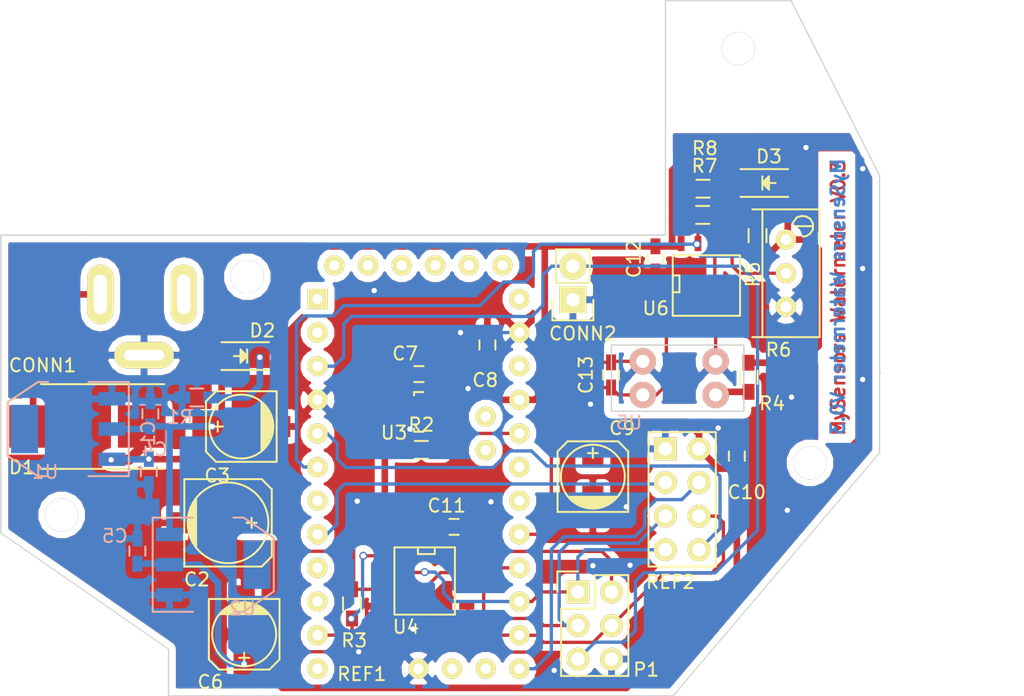
<source format=kicad_pcb>
(kicad_pcb (version 4) (host pcbnew 4.0.0-rc1-stable)
  (layers (0 F.Cu signal) (31 B.Cu signal) (34 B.Paste user) (35 F.Paste user) (36 B.SilkS user) (37 F.SilkS user) (38 B.Mask user) (39 F.Mask user) (44 Edge.Cuts user))
  (net 0 "")
  (net 1 GND)
  (net 2 "Net-(CONN1-Pad2)")
  (net 3 RESET)
  (net 4 MISO)
  (net 5 SCK)
  (net 6 MOSI)
  (net 7 SEC-SDA)
  (net 8 D3)
  (net 9 FLASH-CSN)
  (net 10 RAD_CSN)
  (net 11 RAD_IRQ)
  (net 12 RAD_CE)
  (net 13 "Net-(C1-Pad1)")
  (net 14 A0)
  (net 15 "Net-(D2-Pad1)")
  (net 16 "Net-(D3-Pad1)")
  (net 17 "Net-(R4-Pad2)")
  (net 18 "Net-(R6-Pad2)")
  (net 19 +5V)
  (net 20 +3.3V)
  (module Mounting_Holes:MountingHole_2-5mm (layer F.Cu) (at 84.5439 58.1025)
    (fp_text reference REF** hide)
    (fp_text value MountingHole_2-5mm hide)
    (pad 1 thru_hole circle (at 0 0) (size 2.5 2.5) (drill 2.5) (layers))
  )
  (module Mounting_Holes:MountingHole_2-5mm (layer F.Cu) (at 79.1337 26.797)
    (fp_text reference REF** hide)
    (fp_text value MountingHole_2-5mm hide)
    (pad 1 thru_hole circle (at 0 0) (size 2.5 2.5) (drill 2.5) (layers))
  )
  (module Mounting_Holes:MountingHole_2-5mm (layer F.Cu) (at 28.0416 62.0395)
    (fp_text reference REF** hide)
    (fp_text value MountingHole_2-5mm hide)
    (pad 1 thru_hole circle (at 0 0) (size 2.5 2.5) (drill 2.5) (layers))
  )
  (module Capacitors_SMD:C_0603_HandSoldering (layer B.Cu) (at 34.6202 58.7629 270)
    (fp_text reference C1 (at -2.8829 0.0508 270) (layer B.SilkS) (effects (justify mirror)))
    (fp_text value 100nF)
    (pad 1 smd rect (at -0.95 0 270) (size 1.2 0.75) (layers B.Cu B.Paste B.Mask) (net 13 "Net-(C1-Pad1)"))
    (pad 2 smd rect (at 0.95 0 270) (size 1.2 0.75) (layers B.Cu B.Paste B.Mask) (net 1 GND))
  )
  (module Capacitors_SMD:C_0603_HandSoldering (layer B.Cu) (at 34.7345 54.3941 90)
    (fp_text reference C4 (at -2.6924 0.3302 180) (layer B.SilkS) (effects (justify mirror)))
    (fp_text value 100nF)
    (pad 1 smd rect (at -0.95 0 90) (size 1.2 0.75) (layers B.Cu B.Paste B.Mask) (net 19 +5V))
    (pad 2 smd rect (at 0.95 0 90) (size 1.2 0.75) (layers B.Cu B.Paste B.Mask) (net 1 GND))
  )
  (module Capacitors_SMD:C_0603_HandSoldering (layer B.Cu) (at 33.7566 64.77 90)
    (fp_text reference C5 (at 1.143 -1.7018 180) (layer B.SilkS) (effects (justify mirror)))
    (fp_text value 100nF)
    (pad 1 smd rect (at -0.95 0 90) (size 1.2 0.75) (layers B.Cu B.Paste B.Mask) (net 20 +3.3V))
    (pad 2 smd rect (at 0.95 0 90) (size 1.2 0.75) (layers B.Cu B.Paste B.Mask) (net 1 GND))
  )
  (module Capacitors_SMD:C_0603_HandSoldering (layer F.Cu) (at 55.0164 51.3969 180)
    (fp_text reference C7 (at 1.0414 1.5494 180) (layer F.SilkS))
    (fp_text value 100nF)
    (pad 1 smd rect (at -0.95 0 180) (size 1.2 0.75) (layers F.Cu F.Paste F.Mask) (net 19 +5V))
    (pad 2 smd rect (at 0.95 0 180) (size 1.2 0.75) (layers F.Cu F.Paste F.Mask) (net 1 GND))
  )
  (module Capacitors_SMD:C_0603_HandSoldering (layer F.Cu) (at 60.1853 49.1998 90)
    (fp_text reference C8 (at -2.6543 -0.1651 180) (layer F.SilkS))
    (fp_text value 100nF)
    (pad 1 smd rect (at -0.95 0 90) (size 1.2 0.75) (layers F.Cu F.Paste F.Mask) (net 19 +5V))
    (pad 2 smd rect (at 0.95 0 90) (size 1.2 0.75) (layers F.Cu F.Paste F.Mask) (net 1 GND))
  )
  (module Capacitors_SMD:C_0603_HandSoldering (layer F.Cu) (at 79.0194 57.5945 90)
    (fp_text reference C10 (at -2.7305 0.7493 180) (layer F.SilkS))
    (fp_text value 100nF)
    (pad 1 smd rect (at -0.95 0 90) (size 1.2 0.75) (layers F.Cu F.Paste F.Mask) (net 20 +3.3V))
    (pad 2 smd rect (at 0.95 0 90) (size 1.2 0.75) (layers F.Cu F.Paste F.Mask) (net 1 GND))
  )
  (module Capacitors_SMD:C_0603_HandSoldering (layer F.Cu) (at 57.6707 62.9412 180)
    (fp_text reference C11 (at 0.5588 1.6002 180) (layer F.SilkS))
    (fp_text value 100nF)
    (pad 1 smd rect (at -0.95 0 180) (size 1.2 0.75) (layers F.Cu F.Paste F.Mask) (net 19 +5V))
    (pad 2 smd rect (at 0.95 0 180) (size 1.2 0.75) (layers F.Cu F.Paste F.Mask) (net 1 GND))
  )
  (module Capacitors_SMD:C_0603_HandSoldering (layer F.Cu) (at 72.8726 42.6974 270)
    (fp_text reference C12 (at 0 1.6256 270) (layer F.SilkS))
    (fp_text value 100nF)
    (pad 1 smd rect (at -0.95 0 270) (size 1.2 0.75) (layers F.Cu F.Paste F.Mask) (net 19 +5V))
    (pad 2 smd rect (at 0.95 0 270) (size 1.2 0.75) (layers F.Cu F.Paste F.Mask) (net 1 GND))
  )
  (module Capacitors_SMD:C_0603_HandSoldering (layer F.Cu) (at 69.5198 51.4604 90)
    (fp_text reference C13 (at 0 -1.9 90) (layer F.SilkS))
    (fp_text value 100nF)
    (pad 1 smd rect (at -0.95 0 90) (size 1.2 0.75) (layers F.Cu F.Paste F.Mask) (net 14 A0))
    (pad 2 smd rect (at 0.95 0 90) (size 1.2 0.75) (layers F.Cu F.Paste F.Mask) (net 1 GND))
  )
  (module MySensors:Socket_Jack_5.5-2.1MM (layer F.Cu) (at 37.0586 49.8729 90)
    (fp_text reference CONN1 (at -0.8636 -10.4648 180) (layer F.SilkS))
    (fp_text value CONN_01X02)
    (pad 3 thru_hole oval (at 4.5 0.2 90) (size 4.5 2) (drill oval 3 1) (layers *.Cu *.Mask F.SilkS))
    (pad 2 thru_hole oval (at 4.5 -6.1 90) (size 4.5 2) (drill oval 3 1) (layers *.Cu *.Mask F.SilkS) (net 2 "Net-(CONN1-Pad2)"))
    (pad 1 thru_hole oval (at -0.1 -2.8 90) (size 2 4.5) (drill oval 0.8 3) (layers *.Cu *.Mask F.SilkS) (net 1 GND))
  )
  (module Pin_Headers:Pin_Header_Straight_1x02 (layer F.Cu) (at 66.6369 45.7835 180)
    (fp_text reference CONN2 (at -0.7493 -2.5527 180) (layer F.SilkS))
    (fp_text value RESET)
    (pad 1 thru_hole rect (at 0 0 180) (size 2.032 2.032) (drill 1.016) (layers *.Cu *.Mask F.SilkS) (net 1 GND))
    (pad 2 thru_hole oval (at 0 2.54 180) (size 2.032 2.032) (drill 1.016) (layers *.Cu *.Mask F.SilkS) (net 3 RESET))
  )
  (module Diodes_SMD:DO-214AB_Handsoldering (layer F.Cu) (at 29.9847 55.3593 180)
    (fp_text reference D1 (at 4.953 -3.0861 180) (layer F.SilkS))
    (fp_text value "1N4007 M7")
    (pad 2 smd rect (at 4.1 0 180) (size 3.6 3.2) (layers F.Cu F.Paste F.Mask) (net 2 "Net-(CONN1-Pad2)"))
    (pad 1 smd rect (at -4.1 0 180) (size 3.6 3.2) (layers F.Cu F.Paste F.Mask) (net 13 "Net-(C1-Pad1)"))
  )
  (module Pin_Headers:Pin_Header_Straight_2x03 (layer F.Cu) (at 67.0179 67.8561)
    (fp_text reference P1 (at 5.1562 5.8801) (layer F.SilkS))
    (fp_text value CONN_02X03)
    (pad 1 thru_hole rect (at 0 0) (size 1.7272 1.7272) (drill 1.016) (layers *.Cu *.Mask F.SilkS) (net 4 MISO))
    (pad 2 thru_hole oval (at 2.54 0) (size 1.7272 1.7272) (drill 1.016) (layers *.Cu *.Mask F.SilkS) (net 19 +5V))
    (pad 3 thru_hole oval (at 0 2.54) (size 1.7272 1.7272) (drill 1.016) (layers *.Cu *.Mask F.SilkS) (net 5 SCK))
    (pad 4 thru_hole oval (at 2.54 2.54) (size 1.7272 1.7272) (drill 1.016) (layers *.Cu *.Mask F.SilkS) (net 6 MOSI))
    (pad 5 thru_hole oval (at 0 5.08) (size 1.7272 1.7272) (drill 1.016) (layers *.Cu *.Mask F.SilkS) (net 3 RESET))
    (pad 6 thru_hole oval (at 2.54 5.08) (size 1.7272 1.7272) (drill 1.016) (layers *.Cu *.Mask F.SilkS) (net 1 GND))
  )
  (module Resistors_SMD:R_0603_HandSoldering (layer B.Cu) (at 38.2397 53.1622 180)
    (fp_text reference R1 (at 1.27 -1.4859 180) (layer B.SilkS) (effects (justify mirror)))
    (fp_text value 470)
    (pad 1 smd rect (at -1.1 0 180) (size 1.2 0.9) (layers B.Cu B.Paste B.Mask) (net 15 "Net-(D2-Pad1)"))
    (pad 2 smd rect (at 1.1 0 180) (size 1.2 0.9) (layers B.Cu B.Paste B.Mask) (net 1 GND))
  )
  (module Resistors_SMD:R_0603_HandSoldering (layer F.Cu) (at 55.1942 57.1246)
    (fp_text reference R2 (at 0 -1.9) (layer F.SilkS))
    (fp_text value 56K)
    (pad 1 smd rect (at -1.1 0) (size 1.2 0.9) (layers F.Cu F.Paste F.Mask) (net 19 +5V))
    (pad 2 smd rect (at 1.1 0) (size 1.2 0.9) (layers F.Cu F.Paste F.Mask) (net 7 SEC-SDA))
  )
  (module Resistors_SMD:R_0603_HandSoldering (layer F.Cu) (at 49.9618 68.7578 270)
    (fp_text reference R3 (at 2.7686 -0.1651 360) (layer F.SilkS))
    (fp_text value 56K)
    (pad 1 smd rect (at -1.1 0 270) (size 1.2 0.9) (layers F.Cu F.Paste F.Mask) (net 19 +5V))
    (pad 2 smd rect (at 1.1 0 270) (size 1.2 0.9) (layers F.Cu F.Paste F.Mask) (net 9 FLASH-CSN))
  )
  (module Resistors_SMD:R_0603_HandSoldering (layer F.Cu) (at 79.9084 51.6382 270)
    (fp_text reference R4 (at 1.9812 -1.7653 360) (layer F.SilkS))
    (fp_text value 1K)
    (pad 1 smd rect (at -1.1 0 270) (size 1.2 0.9) (layers F.Cu F.Paste F.Mask) (net 19 +5V))
    (pad 2 smd rect (at 1.1 0 270) (size 1.2 0.9) (layers F.Cu F.Paste F.Mask) (net 17 "Net-(R4-Pad2)"))
  )
  (module Resistors_SMD:R_0603_HandSoldering (layer F.Cu) (at 80.5815 40.9321 90)
    (fp_text reference R5 (at -2.9337 -0.3429 90) (layer F.SilkS))
    (fp_text value 10K)
    (pad 1 smd rect (at -1.1 0 90) (size 1.2 0.9) (layers F.Cu F.Paste F.Mask) (net 19 +5V))
    (pad 2 smd rect (at 1.1 0 90) (size 1.2 0.9) (layers F.Cu F.Paste F.Mask) (net 14 A0))
  )
  (module Resistors_SMD:R_0603_HandSoldering (layer F.Cu) (at 76.4413 39.37)
    (fp_text reference R7 (at 0.1397 -3.6957) (layer F.SilkS))
    (fp_text value 10K)
    (pad 1 smd rect (at -1.1 0) (size 1.2 0.9) (layers F.Cu F.Paste F.Mask) (net 19 +5V))
    (pad 2 smd rect (at 1.1 0) (size 1.2 0.9) (layers F.Cu F.Paste F.Mask) (net 8 D3))
  )
  (module Resistors_SMD:R_0603_HandSoldering (layer F.Cu) (at 76.4667 37.3888)
    (fp_text reference R8 (at 0.1397 -3.048) (layer F.SilkS))
    (fp_text value 1K)
    (pad 1 smd rect (at -1.1 0) (size 1.2 0.9) (layers F.Cu F.Paste F.Mask) (net 16 "Net-(D3-Pad1)"))
    (pad 2 smd rect (at 1.1 0) (size 1.2 0.9) (layers F.Cu F.Paste F.Mask) (net 8 D3))
  )
  (module MySensors:Arduino_Pro_Mini (layer F.Cu) (at 47.3583 73.66)
    (fp_text reference REF1 (at 3.3401 0.4064) (layer F.SilkS))
    (fp_text value "Arduino_Mini_Pro 5V")
    (pad 13 thru_hole circle (at 15.24 0) (size 1.524 1.524) (drill 0.762) (layers *.Cu *.Mask F.SilkS) (net 10 RAD_CSN))
    (pad 14 thru_hole circle (at 15.24 -2.54) (size 1.524 1.524) (drill 0.762) (layers *.Cu *.Mask F.SilkS) (net 6 MOSI))
    (pad 15 thru_hole circle (at 15.24 -5.08) (size 1.524 1.524) (drill 0.762) (layers *.Cu *.Mask F.SilkS) (net 4 MISO))
    (pad 16 thru_hole circle (at 15.24 -7.62) (size 1.524 1.524) (drill 0.762) (layers *.Cu *.Mask F.SilkS) (net 5 SCK))
    (pad 17 thru_hole circle (at 15.24 -10.16) (size 1.524 1.524) (drill 0.762) (layers *.Cu *.Mask F.SilkS) (net 14 A0))
    (pad 18 thru_hole circle (at 15.24 -12.7) (size 1.524 1.524) (drill 0.762) (layers *.Cu *.Mask F.SilkS))
    (pad 19 thru_hole circle (at 15.24 -15.24) (size 1.524 1.524) (drill 0.762) (layers *.Cu *.Mask F.SilkS))
    (pad 20 thru_hole circle (at 15.24 -17.78) (size 1.524 1.524) (drill 0.762) (layers *.Cu *.Mask F.SilkS) (net 7 SEC-SDA))
    (pad 21 thru_hole circle (at 15.24 -20.32) (size 1.524 1.524) (drill 0.762) (layers *.Cu *.Mask F.SilkS) (net 19 +5V))
    (pad 22 thru_hole circle (at 15.24 -22.86) (size 1.524 1.524) (drill 0.762) (layers *.Cu *.Mask F.SilkS))
    (pad 23 thru_hole circle (at 15.24 -25.4) (size 1.524 1.524) (drill 0.762) (layers *.Cu *.Mask F.SilkS) (net 1 GND))
    (pad 24 thru_hole circle (at 15.24 -27.94) (size 1.524 1.524) (drill 0.762) (layers *.Cu *.Mask F.SilkS))
    (pad 34 thru_hole circle (at 12.7 0) (size 1.524 1.524) (drill 0.762) (layers *.Cu *.Mask F.SilkS))
    (pad 33 thru_hole circle (at 10.16 0) (size 1.524 1.524) (drill 0.762) (layers *.Cu *.Mask F.SilkS))
    (pad 35 thru_hole circle (at 7.62 0) (size 1.524 1.524) (drill 0.762) (layers *.Cu *.Mask F.SilkS) (net 1 GND))
    (pad 25 thru_hole circle (at 13.97 -30.48) (size 1.524 1.524) (drill 0.762) (layers *.Cu *.Mask F.SilkS))
    (pad 26 thru_hole circle (at 11.43 -30.48) (size 1.524 1.524) (drill 0.762) (layers *.Cu *.Mask F.SilkS))
    (pad 27 thru_hole circle (at 8.89 -30.48) (size 1.524 1.524) (drill 0.762) (layers *.Cu *.Mask F.SilkS))
    (pad 28 thru_hole circle (at 6.35 -30.48) (size 1.524 1.524) (drill 0.762) (layers *.Cu *.Mask F.SilkS))
    (pad 29 thru_hole circle (at 3.81 -30.48) (size 1.524 1.524) (drill 0.762) (layers *.Cu *.Mask F.SilkS))
    (pad 30 thru_hole circle (at 1.27 -30.48) (size 1.524 1.524) (drill 0.762) (layers *.Cu *.Mask F.SilkS))
    (pad 1 thru_hole rect (at 0 -27.94) (size 1.524 1.524) (drill 0.762) (layers *.Cu *.Mask F.SilkS))
    (pad 2 thru_hole circle (at 0 -25.4) (size 1.524 1.524) (drill 0.762) (layers *.Cu *.Mask F.SilkS))
    (pad 3 thru_hole circle (at 0 -22.86) (size 1.524 1.524) (drill 0.762) (layers *.Cu *.Mask F.SilkS) (net 3 RESET))
    (pad 4 thru_hole circle (at 0 -20.32) (size 1.524 1.524) (drill 0.762) (layers *.Cu *.Mask F.SilkS) (net 1 GND))
    (pad 5 thru_hole circle (at 0 -17.78) (size 1.524 1.524) (drill 0.762) (layers *.Cu *.Mask F.SilkS) (net 11 RAD_IRQ))
    (pad 6 thru_hole circle (at 0 -15.24) (size 1.524 1.524) (drill 0.762) (layers *.Cu *.Mask F.SilkS) (net 8 D3))
    (pad 7 thru_hole circle (at 0 -12.7) (size 1.524 1.524) (drill 0.762) (layers *.Cu *.Mask F.SilkS))
    (pad 8 thru_hole circle (at 0 -10.16) (size 1.524 1.524) (drill 0.762) (layers *.Cu *.Mask F.SilkS) (net 12 RAD_CE))
    (pad 9 thru_hole circle (at 0 -7.62) (size 1.524 1.524) (drill 0.762) (layers *.Cu *.Mask F.SilkS))
    (pad 10 thru_hole circle (at 0 -5.08) (size 1.524 1.524) (drill 0.762) (layers *.Cu *.Mask F.SilkS))
    (pad 11 thru_hole circle (at 0 -2.54) (size 1.524 1.524) (drill 0.762) (layers *.Cu *.Mask F.SilkS) (net 9 FLASH-CSN))
    (pad 12 thru_hole circle (at 0 0) (size 1.524 1.524) (drill 0.762) (layers *.Cu *.Mask F.SilkS))
    (pad 32 thru_hole circle (at 12.7 -19.05) (size 1.524 1.524) (drill 0.762) (layers *.Cu *.Mask F.SilkS))
    (pad 31 thru_hole circle (at 12.7 -16.51) (size 1.524 1.524) (drill 0.762) (layers *.Cu *.Mask F.SilkS))
  )
  (module MySensors:NRF24L01_STD (layer F.Cu) (at 76.1619 57.0484 270)
    (fp_text reference REF2 (at 10.0584 2.1463 360) (layer F.SilkS))
    (fp_text value NRF24L01)
    (pad 2 thru_hole circle (at 0 0 270) (size 1.7272 1.7272) (drill 1.016) (layers *.Cu *.Mask F.SilkS) (net 20 +3.3V))
    (pad 1 thru_hole rect (at 0 2.54 270) (size 1.7272 1.7272) (drill 1.016) (layers *.Cu *.Mask F.SilkS) (net 1 GND))
    (pad 4 thru_hole oval (at 2.54 0 270) (size 1.7272 1.7272) (drill 1.016) (layers *.Cu *.Mask F.SilkS) (net 10 RAD_CSN))
    (pad 3 thru_hole oval (at 2.54 2.54 270) (size 1.7272 1.7272) (drill 1.016) (layers *.Cu *.Mask F.SilkS) (net 12 RAD_CE))
    (pad 6 thru_hole oval (at 5.08 0 270) (size 1.7272 1.7272) (drill 1.016) (layers *.Cu *.Mask F.SilkS) (net 6 MOSI))
    (pad 5 thru_hole oval (at 5.08 2.54 270) (size 1.7272 1.7272) (drill 1.016) (layers *.Cu *.Mask F.SilkS) (net 5 SCK))
    (pad 8 thru_hole oval (at 7.62 0 270) (size 1.7272 1.7272) (drill 1.016) (layers *.Cu *.Mask F.SilkS) (net 11 RAD_IRQ))
    (pad 7 thru_hole oval (at 7.62 2.54 270) (size 1.7272 1.7272) (drill 1.016) (layers *.Cu *.Mask F.SilkS) (net 4 MISO))
  )
  (module TO_SOT_Packages_SMD:SOT-223 (layer B.Cu) (at 28.5369 55.5498 270)
    (fp_text reference U1 (at 3.2385 1.7399 540) (layer B.SilkS) (effects (justify mirror)))
    (fp_text value AP1117D50)
    (pad 4 smd rect (at 0 3.302 270) (size 3.6576 2.032) (layers B.Cu B.Paste B.Mask))
    (pad 2 smd rect (at 0 -3.302 270) (size 1.016 2.032) (layers B.Cu B.Paste B.Mask) (net 19 +5V))
    (pad 3 smd rect (at 2.286 -3.302 270) (size 1.016 2.032) (layers B.Cu B.Paste B.Mask) (net 13 "Net-(C1-Pad1)"))
    (pad 1 smd rect (at -2.286 -3.302 270) (size 1.016 2.032) (layers B.Cu B.Paste B.Mask) (net 1 GND))
  )
  (module TO_SOT_Packages_SMD:SOT-223 (layer B.Cu) (at 39.4843 65.7987 90)
    (fp_text reference U2 (at -3.3147 2.2098 180) (layer B.SilkS) (effects (justify mirror)))
    (fp_text value AP1117D33)
    (pad 4 smd rect (at 0 3.302 90) (size 3.6576 2.032) (layers B.Cu B.Paste B.Mask))
    (pad 2 smd rect (at 0 -3.302 90) (size 1.016 2.032) (layers B.Cu B.Paste B.Mask) (net 20 +3.3V))
    (pad 3 smd rect (at 2.286 -3.302 90) (size 1.016 2.032) (layers B.Cu B.Paste B.Mask) (net 19 +5V))
    (pad 1 smd rect (at -2.286 -3.302 90) (size 1.016 2.032) (layers B.Cu B.Paste B.Mask) (net 1 GND))
  )
  (module TO_SOT_Packages_SMD:SOT-23 (layer F.Cu) (at 55.2958 54.2544 90)
    (fp_text reference U3 (at -1.5748 -2.159 180) (layer F.SilkS))
    (fp_text value ATSHA240A)
    (pad 1 smd rect (at -0.95 1.00076 90) (size 0.8001 0.8001) (layers F.Cu F.Paste F.Mask) (net 7 SEC-SDA))
    (pad 2 smd rect (at 0.95 1.00076 90) (size 0.8001 0.8001) (layers F.Cu F.Paste F.Mask) (net 19 +5V))
    (pad 3 smd rect (at 0 -0.99822 90) (size 0.8001 0.8001) (layers F.Cu F.Paste F.Mask) (net 1 GND))
  )
  (module SMD_Packages:SOIC-8-N (layer F.Cu) (at 55.4482 67.0306 270)
    (fp_text reference U4 (at 3.4671 1.4097 360) (layer F.SilkS))
    (fp_text value AT25DF512C)
    (pad 8 smd rect (at -1.905 -3.175 270) (size 0.508 1.143) (layers F.Cu F.Paste F.Mask) (net 19 +5V))
    (pad 7 smd rect (at -0.635 -3.175 270) (size 0.508 1.143) (layers F.Cu F.Paste F.Mask) (net 19 +5V))
    (pad 6 smd rect (at 0.635 -3.175 270) (size 0.508 1.143) (layers F.Cu F.Paste F.Mask) (net 5 SCK))
    (pad 5 smd rect (at 1.905 -3.175 270) (size 0.508 1.143) (layers F.Cu F.Paste F.Mask) (net 6 MOSI))
    (pad 4 smd rect (at 1.905 3.175 270) (size 0.508 1.143) (layers F.Cu F.Paste F.Mask) (net 1 GND))
    (pad 3 smd rect (at 0.635 3.175 270) (size 0.508 1.143) (layers F.Cu F.Paste F.Mask) (net 19 +5V))
    (pad 2 smd rect (at -0.635 3.175 270) (size 0.508 1.143) (layers F.Cu F.Paste F.Mask) (net 4 MISO))
    (pad 1 smd rect (at -1.905 3.175 270) (size 0.508 1.143) (layers F.Cu F.Paste F.Mask) (net 9 FLASH-CSN))
  )
  (module MySensors:TCRT5000 (layer B.Cu) (at 71.9201 50.4317)
    (fp_text reference U5 (at -1.0414 4.6355) (layer B.SilkS) (effects (justify mirror)))
    (fp_text value TCRT5000)
    (pad 1 thru_hole circle (at 5.5 2.54) (size 2 2) (drill 1) (layers *.Cu *.Mask B.SilkS) (net 17 "Net-(R4-Pad2)"))
    (pad 2 thru_hole circle (at 5.5 0) (size 2 2) (drill 1) (layers *.Cu *.Mask B.SilkS) (net 1 GND))
    (pad 3 thru_hole circle (at 0 2.54) (size 2 2) (drill 1) (layers *.Cu *.Mask B.SilkS) (net 14 A0))
    (pad 4 thru_hole circle (at 0 0) (size 2 2) (drill 1) (layers *.Cu *.Mask B.SilkS) (net 1 GND))
  )
  (module SMD_Packages:SOIC-8-N (layer F.Cu) (at 76.7207 44.704)
    (fp_text reference U6 (at -3.8227 1.7272) (layer F.SilkS))
    (fp_text value LM393)
    (pad 8 smd rect (at -1.905 -3.175) (size 0.508 1.143) (layers F.Cu F.Paste F.Mask) (net 19 +5V))
    (pad 7 smd rect (at -0.635 -3.175) (size 0.508 1.143) (layers F.Cu F.Paste F.Mask) (net 8 D3))
    (pad 6 smd rect (at 0.635 -3.175) (size 0.508 1.143) (layers F.Cu F.Paste F.Mask) (net 14 A0))
    (pad 5 smd rect (at 1.905 -3.175) (size 0.508 1.143) (layers F.Cu F.Paste F.Mask) (net 18 "Net-(R6-Pad2)"))
    (pad 4 smd rect (at 1.905 3.175) (size 0.508 1.143) (layers F.Cu F.Paste F.Mask) (net 1 GND))
    (pad 3 smd rect (at 0.635 3.175) (size 0.508 1.143) (layers F.Cu F.Paste F.Mask) (net 1 GND))
    (pad 2 smd rect (at -0.635 3.175) (size 0.508 1.143) (layers F.Cu F.Paste F.Mask) (net 1 GND))
    (pad 1 smd rect (at -1.905 3.175) (size 0.508 1.143) (layers F.Cu F.Paste F.Mask))
  )
  (module Potentiometers:Potentiometer_Bourns_3296W_3-8Zoll_Inline_ScrewUp (layer F.Cu) (at 82.7278 41.2369 180)
    (fp_text reference R6 (at 0.5588 -8.3312 180) (layer F.SilkS))
    (fp_text value 10K)
    (pad 2 thru_hole circle (at 0 -2.54 180) (size 1.524 1.524) (drill 0.8128) (layers *.Cu *.Mask F.SilkS) (net 18 "Net-(R6-Pad2)"))
    (pad 3 thru_hole circle (at 0 -5.08 180) (size 1.524 1.524) (drill 0.8128) (layers *.Cu *.Mask F.SilkS) (net 1 GND))
    (pad 1 thru_hole circle (at 0 0 180) (size 1.524 1.524) (drill 0.8128) (layers *.Cu *.Mask F.SilkS) (net 19 +5V))
  )
  (module Mounting_Holes:MountingHole_2-5mm (layer F.Cu) (at 42.0624 44.0436)
    (fp_text reference REF** hide)
    (fp_text value MountingHole_2-5mm hide)
    (pad 1 thru_hole circle (at 0 0) (size 2.5 2.5) (drill 2.5) (layers))
  )
  (module Capacitors_SMD:c_elec_5x5.3 (layer F.Cu) (at 41.8211 71.0565 270)
    (fp_text reference C6 (at 3.6068 2.5527 360) (layer F.SilkS))
    (fp_text value 10uF)
    (pad 1 smd rect (at 2.19964 0 270) (size 2.99974 1.6002) (layers F.Cu F.Paste F.Mask) (net 20 +3.3V))
    (pad 2 smd rect (at -2.19964 0 270) (size 2.99974 1.6002) (layers F.Cu F.Paste F.Mask) (net 1 GND))
  )
  (module Capacitors_SMD:c_elec_5x5.3 (layer F.Cu) (at 41.6052 55.3593 180)
    (fp_text reference C3 (at 1.8161 -3.7084 180) (layer F.SilkS))
    (fp_text value 10uF)
    (pad 1 smd rect (at 2.19964 0 180) (size 2.99974 1.6002) (layers F.Cu F.Paste F.Mask) (net 19 +5V))
    (pad 2 smd rect (at -2.19964 0 180) (size 2.99974 1.6002) (layers F.Cu F.Paste F.Mask) (net 1 GND))
  )
  (module Capacitors_SMD:c_elec_5x5.3 (layer F.Cu) (at 68.1482 59.1439 90)
    (fp_text reference C9 (at 3.6576 2.2098 180) (layer F.SilkS))
    (fp_text value 4u7)
    (pad 1 smd rect (at 2.19964 0 90) (size 2.99974 1.6002) (layers F.Cu F.Paste F.Mask) (net 20 +3.3V))
    (pad 2 smd rect (at -2.19964 0 90) (size 2.99974 1.6002) (layers F.Cu F.Paste F.Mask) (net 1 GND))
  )
  (module Capacitors_SMD:c_elec_6.3x5.3 (layer F.Cu) (at 40.6019 62.6364)
    (fp_text reference C2 (at -2.3495 4.2799) (layer F.SilkS))
    (fp_text value 47uF)
    (pad 1 smd rect (at 2.75082 0) (size 3.59918 1.6002) (layers F.Cu F.Paste F.Mask) (net 13 "Net-(C1-Pad1)"))
    (pad 2 smd rect (at -2.75082 0) (size 3.59918 1.6002) (layers F.Cu F.Paste F.Mask) (net 1 GND))
  )
  (module LEDs:LED_1206 (layer F.Cu) (at 41.5417 50.038 180)
    (fp_text reference D2 (at -1.651 1.9304 180) (layer F.SilkS))
    (fp_text value PWR)
    (pad 2 smd rect (at 1.41986 0) (size 1.59766 1.80086) (layers F.Cu F.Paste F.Mask) (net 19 +5V))
    (pad 1 smd rect (at -1.41986 0) (size 1.59766 1.80086) (layers F.Cu F.Paste F.Mask) (net 15 "Net-(D2-Pad1)"))
  )
  (module LEDs:LED_1206 (layer F.Cu) (at 81.4451 36.957)
    (fp_text reference D3 (at 0 -2) (layer F.SilkS))
    (fp_text value PULSE)
    (pad 2 smd rect (at 1.41986 0 180) (size 1.59766 1.80086) (layers F.Cu F.Paste F.Mask) (net 19 +5V))
    (pad 1 smd rect (at -1.41986 0 180) (size 1.59766 1.80086) (layers F.Cu F.Paste F.Mask) (net 16 "Net-(D3-Pad1)"))
  )
  (gr_line (start 23.4531 40.8921) (end 23.4531 63.4035) (layer Edge.Cuts) (width 0.1))
  (gr_line (start 36.109 72.1788) (end 36.109 75.7066) (layer Edge.Cuts) (width 0.1))
  (gr_text "MySensors Watermeter V0.3" (at 86.6521 45.5549 90) (layer B.Cu) (effects (font (size 1 1) (thickness 0.2)) (justify mirror)))
  (gr_text "MySensors Watermeter V0.3" (at 86.6775 45.6057 90) (layer F.Cu) (effects (font (size 1 1) (thickness 0.2))))
  (gr_line (start 89.8144 51.3334) (end 89.8398 51.3334) (angle 90) (layer Edge.Cuts) (width 0.15))
  (gr_line (start 89.7969 45.6946) (end 89.7969 51.3334) (angle 90) (layer Edge.Cuts) (width 0.1))
  (gr_line (start 73.6328 40.8921) (end 65.6971 40.8921) (angle 90) (layer Edge.Cuts) (width 0.1))
  (gr_line (start 73.6328 36.3474) (end 73.6328 40.8921) (angle 90) (layer Edge.Cuts) (width 0.1))
  (gr_line (start 42.9006 75.7066) (end 36.1061 75.7066) (angle 90) (layer Edge.Cuts) (width 0.1))
  (gr_line (start 29.9085 40.8921) (end 23.4696 40.8921) (angle 90) (layer Edge.Cuts) (width 0.1))
  (gr_line (start 69.5484 54.2017) (end 69.5484 54.2017) (layer Edge.Cuts) (width 0.1))
  (gr_line (start 79.5484 54.2036) (end 69.5484 54.2017) (layer Edge.Cuts) (width 0.1))
  (gr_line (start 79.5494 49.2036) (end 79.5484 54.2036) (layer Edge.Cuts) (width 0.1))
  (gr_line (start 69.5494 49.2017) (end 79.5494 49.2036) (layer Edge.Cuts) (width 0.1))
  (gr_line (start 69.5484 54.2017) (end 69.5494 49.2017) (layer Edge.Cuts) (width 0.1))
  (gr_line (start 23.4531 63.4035) (end 36.109 72.1788) (layer Edge.Cuts) (width 0.1))
  (gr_line (start 65.646 40.8921) (end 29.8913 40.8921) (layer Edge.Cuts) (width 0.1))
  (gr_line (start 73.6328 23.1806) (end 73.6328 36.3935) (layer Edge.Cuts) (width 0.1))
  (gr_line (start 83.1204 23.1806) (end 73.6328 23.1806) (layer Edge.Cuts) (width 0.1))
  (gr_line (start 89.7969 36.3935) (end 83.1204 23.1806) (layer Edge.Cuts) (width 0.1))
  (gr_line (start 89.7969 45.7421) (end 89.7969 36.3935) (layer Edge.Cuts) (width 0.1))
  (gr_line (start 89.7969 57.3425) (end 89.7969 51.2983) (layer Edge.Cuts) (width 0.1))
  (gr_line (start 74.2087 75.7066) (end 89.7969 57.3425) (layer Edge.Cuts) (width 0.1))
  (gr_line (start 42.8559 75.7066) (end 74.2087 75.7066) (layer Edge.Cuts) (width 0.1))
  (segment (start 68.1482 65.8749) (end 70.9549 65.8368) (width 0.25) (layer B.Cu) (net 1))
  (segment (start 70.6755 65.024) (end 70.9549 65.8368) (width 0.25) (layer F.Cu) (net 1))
  (via (at 70.9549 65.8368) (size 0.6) (drill 0.4) (layers F.Cu B.Cu) (net 1))
  (segment (start 70.6755 65.024) (end 70.6755 61.4299) (width 0.25) (layer F.Cu) (net 1))
  (via (at 68.1482 65.8749) (size 0.6) (drill 0.4) (layers F.Cu B.Cu) (net 1))
  (segment (start 64.7446 72.9742) (end 64.7446 73.4568) (width 0.25) (layer F.Cu) (net 1))
  (segment (start 56.9595 70.6628) (end 58.4327 72.136) (width 0.25) (layer F.Cu) (net 1))
  (segment (start 58.4327 72.136) (end 61.1251 72.136) (width 0.25) (layer F.Cu) (net 1))
  (segment (start 61.1251 72.136) (end 61.3918 72.4027) (width 0.25) (layer F.Cu) (net 1))
  (segment (start 61.3918 72.4027) (end 64.1731 72.4027) (width 0.25) (layer F.Cu) (net 1))
  (segment (start 64.1731 72.4027) (end 64.7446 72.9742) (width 0.25) (layer F.Cu) (net 1))
  (segment (start 54.5719 70.6628) (end 56.9595 70.6628) (width 0.25) (layer F.Cu) (net 1))
  (via (at 65.2272 73.787) (size 0.6) (drill 0.4) (layers F.Cu B.Cu) (net 1))
  (segment (start 64.7446 73.4568) (end 65.2272 73.787) (width 0.25) (layer F.Cu) (net 1))
  (segment (start 45.07484 68.85686) (end 45.07484 65.46596) (width 0.25) (layer F.Cu) (net 1))
  (via (at 50.3555 60.9981) (size 0.6) (drill 0.4) (layers F.Cu B.Cu) (net 1))
  (segment (start 50.3555 62.4459) (end 50.3555 60.9981) (width 0.25) (layer F.Cu) (net 1))
  (segment (start 48.0187 64.7827) (end 50.3555 62.4459) (width 0.25) (layer F.Cu) (net 1))
  (segment (start 45.7581 64.7827) (end 48.0187 64.7827) (width 0.25) (layer F.Cu) (net 1))
  (segment (start 45.07484 65.46596) (end 45.7581 64.7827) (width 0.25) (layer F.Cu) (net 1))
  (segment (start 41.8211 68.85686) (end 45.07484 68.85686) (width 0.25) (layer F.Cu) (net 1))
  (via (at 50.4698 72.3773) (size 0.6) (drill 0.4) (layers F.Cu B.Cu) (net 1))
  (segment (start 45.2755 72.3773) (end 50.4698 72.3773) (width 0.25) (layer F.Cu) (net 1))
  (segment (start 45.2374 72.3392) (end 45.2755 72.3773) (width 0.25) (layer F.Cu) (net 1))
  (segment (start 45.2374 69.01942) (end 45.2374 72.3392) (width 0.25) (layer F.Cu) (net 1))
  (segment (start 45.07484 68.85686) (end 45.2374 69.01942) (width 0.25) (layer F.Cu) (net 1))
  (segment (start 51.7144 48.2854) (end 51.6763 45.1231) (width 0.25) (layer F.Cu) (net 1))
  (via (at 51.6382 45.085) (size 0.6) (drill 0.4) (layers F.Cu B.Cu) (net 1))
  (segment (start 51.6763 45.1231) (end 51.6382 45.085) (width 0.25) (layer F.Cu) (net 1))
  (segment (start 62.5983 48.26) (end 58.1533 48.26) (width 0.25) (layer B.Cu) (net 1))
  (segment (start 58.1279 48.2854) (end 51.7144 48.2854) (width 0.25) (layer F.Cu) (net 1))
  (segment (start 58.1533 48.26) (end 58.1279 48.2854) (width 0.25) (layer F.Cu) (net 1))
  (via (at 58.1533 48.26) (size 0.6) (drill 0.4) (layers F.Cu B.Cu) (net 1))
  (segment (start 68.1482 61.34354) (end 70.68566 61.34354) (width 0.25) (layer F.Cu) (net 1))
  (segment (start 70.6755 61.4299) (end 70.6755 61.4045) (width 0.25) (layer B.Cu) (net 1))
  (via (at 70.6755 61.4299) (size 0.6) (drill 0.4) (layers F.Cu B.Cu) (net 1))
  (segment (start 70.6755 61.3537) (end 70.6755 61.4299) (width 0.25) (layer F.Cu) (net 1))
  (segment (start 70.68566 61.34354) (end 70.6755 61.3537) (width 0.25) (layer F.Cu) (net 1))
  (segment (start 54.3179 54.1909) (end 54.3179 55.6006) (width 0.25) (layer B.Cu) (net 1))
  (via (at 54.3306 55.5498) (size 0.6) (drill 0.4) (layers F.Cu B.Cu) (net 1))
  (segment (start 54.3306 55.5879) (end 54.3306 55.5498) (width 0.25) (layer B.Cu) (net 1))
  (segment (start 54.3179 55.6006) (end 54.3306 55.5879) (width 0.25) (layer B.Cu) (net 1))
  (segment (start 54.5719 63.8048) (end 54.5719 61.3664) (width 0.25) (layer B.Cu) (net 1))
  (segment (start 54.5719 61.3664) (end 54.8894 61.0489) (width 0.25) (layer B.Cu) (net 1))
  (segment (start 88.519 35.8775) (end 88.519 35.1917) (width 0.25) (layer B.Cu) (net 1))
  (via (at 84.2391 34.2773) (size 0.6) (drill 0.4) (layers F.Cu B.Cu) (net 1))
  (segment (start 87.6046 34.2773) (end 84.2391 34.2773) (width 0.25) (layer B.Cu) (net 1))
  (segment (start 88.519 35.1917) (end 87.6046 34.2773) (width 0.25) (layer B.Cu) (net 1))
  (segment (start 82.8294 61.6839) (end 84.7217 61.6839) (width 0.25) (layer F.Cu) (net 1))
  (segment (start 88.519 35.8775) (end 88.519 35.8521) (width 0.25) (layer B.Cu) (net 1))
  (via (at 88.519 35.8775) (size 0.6) (drill 0.4) (layers F.Cu B.Cu) (net 1))
  (segment (start 88.519 43.4213) (end 88.519 35.8775) (width 0.25) (layer F.Cu) (net 1))
  (via (at 88.519 43.4213) (size 0.6) (drill 0.4) (layers F.Cu B.Cu) (net 1))
  (segment (start 88.519 51.8033) (end 88.519 43.4213) (width 0.25) (layer B.Cu) (net 1))
  (via (at 88.519 51.8033) (size 0.6) (drill 0.4) (layers F.Cu B.Cu) (net 1))
  (segment (start 88.519 55.8673) (end 88.519 51.8033) (width 0.25) (layer F.Cu) (net 1))
  (segment (start 87.3633 57.023) (end 88.519 55.8673) (width 0.25) (layer F.Cu) (net 1))
  (segment (start 87.3633 59.0423) (end 87.3633 57.023) (width 0.25) (layer F.Cu) (net 1))
  (segment (start 84.7217 61.6839) (end 87.3633 59.0423) (width 0.25) (layer F.Cu) (net 1))
  (via (at 83.1469 53.1368) (size 0.6) (drill 0.4) (layers F.Cu B.Cu) (net 1))
  (segment (start 79.0194 56.6445) (end 79.0194 55.1688) (width 0.25) (layer F.Cu) (net 1))
  (via (at 77.6097 55.4736) (size 0.6) (drill 0.4) (layers F.Cu B.Cu) (net 1))
  (segment (start 79.0194 55.1688) (end 77.6097 55.4736) (width 0.25) (layer F.Cu) (net 1))
  (segment (start 52.2732 70.2691) (end 52.2732 68.9356) (width 0.25) (layer F.Cu) (net 1))
  (segment (start 52.6415 70.6374) (end 52.2732 70.2691) (width 0.25) (layer F.Cu) (net 1))
  (segment (start 54.5465 70.6374) (end 52.6415 70.6374) (width 0.25) (layer F.Cu) (net 1))
  (segment (start 54.5719 70.6628) (end 54.5465 70.6374) (width 0.25) (layer F.Cu) (net 1))
  (via (at 54.5719 70.6628) (size 0.6) (drill 0.4) (layers F.Cu B.Cu) (net 1))
  (segment (start 54.5719 70.6882) (end 54.5719 70.6628) (width 0.25) (layer B.Cu) (net 1))
  (segment (start 54.5719 63.8048) (end 54.5719 70.6882) (width 0.25) (layer B.Cu) (net 1))
  (via (at 60.452 61.0489) (size 0.6) (drill 0.4) (layers F.Cu B.Cu) (net 1))
  (segment (start 54.8894 61.0489) (end 60.452 61.0489) (width 0.25) (layer B.Cu) (net 1))
  (segment (start 83.1469 53.1368) (end 82.9945 53.1368) (width 0.25) (layer B.Cu) (net 1))
  (segment (start 82.9945 53.1368) (end 81.8769 54.2544) (width 0.25) (layer B.Cu) (net 1))
  (segment (start 81.8769 54.2544) (end 81.8769 60.7314) (width 0.25) (layer B.Cu) (net 1))
  (segment (start 81.8769 60.7314) (end 82.8294 61.6839) (width 0.25) (layer B.Cu) (net 1))
  (via (at 82.8294 61.6839) (size 0.6) (drill 0.4) (layers F.Cu B.Cu) (net 1))
  (segment (start 82.8294 61.6839) (end 82.7913 61.6458) (width 0.25) (layer F.Cu) (net 1))
  (segment (start 47.3583 53.34) (end 47.4091 53.34) (width 0.25) (layer B.Cu) (net 1))
  (segment (start 47.4091 53.34) (end 48.4251 52.324) (width 0.25) (layer B.Cu) (net 1))
  (segment (start 48.4251 52.324) (end 52.1208 52.324) (width 0.25) (layer B.Cu) (net 1))
  (segment (start 52.1208 52.324) (end 52.5653 52.7685) (width 0.25) (layer B.Cu) (net 1))
  (segment (start 52.5653 52.7685) (end 58.4454 52.7685) (width 0.25) (layer B.Cu) (net 1))
  (segment (start 58.4454 52.7685) (end 58.7248 52.4891) (width 0.25) (layer B.Cu) (net 1))
  (via (at 58.7248 52.4891) (size 0.6) (drill 0.4) (layers F.Cu B.Cu) (net 1))
  (segment (start 62.5983 48.26) (end 62.5983 48.2473) (width 0.25) (layer B.Cu) (net 1))
  (segment (start 66.6369 45.7835) (end 66.6369 52.5399) (width 0.25) (layer B.Cu) (net 1))
  (via (at 67.9704 53.6702) (size 0.6) (drill 0.4) (layers F.Cu B.Cu) (net 1))
  (segment (start 67.7672 53.6702) (end 67.9704 53.6702) (width 0.25) (layer B.Cu) (net 1))
  (segment (start 66.6369 52.5399) (end 67.7672 53.6702) (width 0.25) (layer B.Cu) (net 1))
  (segment (start 82.7278 46.3169) (end 82.7532 46.3169) (width 0.25) (layer B.Cu) (net 1))
  (segment (start 82.7532 46.3169) (end 83.8962 47.4599) (width 0.25) (layer B.Cu) (net 1))
  (segment (start 83.8962 52.3875) (end 83.1469 53.1368) (width 0.25) (layer B.Cu) (net 1))
  (segment (start 83.8962 47.4599) (end 83.8962 52.3875) (width 0.25) (layer B.Cu) (net 1))
  (segment (start 69.5198 50.5104) (end 67.9094 50.5104) (width 0.25) (layer F.Cu) (net 1))
  (segment (start 66.6369 49.2379) (end 66.6369 45.7835) (width 0.25) (layer F.Cu) (net 1))
  (segment (start 67.9094 50.5104) (end 66.6369 49.2379) (width 0.25) (layer F.Cu) (net 1))
  (segment (start 71.9201 50.4317) (end 69.5985 50.4317) (width 0.25) (layer F.Cu) (net 1))
  (segment (start 69.5985 50.4317) (end 69.5198 50.5104) (width 0.25) (layer F.Cu) (net 1))
  (segment (start 77.4201 50.4317) (end 77.4201 47.9434) (width 0.25) (layer F.Cu) (net 1))
  (segment (start 77.4201 47.9434) (end 77.3557 47.879) (width 0.25) (layer F.Cu) (net 1))
  (segment (start 30.9586 45.3729) (end 27.2076 45.3729) (width 0.5) (layer F.Cu) (net 2))
  (segment (start 25.8847 46.6958) (end 25.8847 55.3593) (width 0.5) (layer F.Cu) (net 2))
  (segment (start 27.2076 45.3729) (end 25.8847 46.6958) (width 0.5) (layer F.Cu) (net 2))
  (segment (start 64.3763 46.1899) (end 64.3763 46.2026) (width 0.25) (layer B.Cu) (net 3))
  (segment (start 49.3395 50.0761) (end 48.6156 50.8) (width 0.25) (layer B.Cu) (net 3))
  (segment (start 49.3395 47.6123) (end 49.3395 50.0761) (width 0.25) (layer B.Cu) (net 3))
  (segment (start 49.911 47.0408) (end 49.3395 47.6123) (width 0.25) (layer B.Cu) (net 3))
  (segment (start 63.5381 47.0408) (end 49.911 47.0408) (width 0.25) (layer B.Cu) (net 3))
  (segment (start 64.3763 46.2026) (end 63.5381 47.0408) (width 0.25) (layer B.Cu) (net 3))
  (segment (start 66.6369 43.2435) (end 65.0367 43.2435) (width 0.25) (layer B.Cu) (net 3))
  (segment (start 48.6156 50.8) (end 47.3583 50.8) (width 0.25) (layer B.Cu) (net 3))
  (segment (start 64.3763 43.9039) (end 64.3763 46.1899) (width 0.25) (layer B.Cu) (net 3))
  (segment (start 65.0367 43.2435) (end 64.3763 43.9039) (width 0.25) (layer B.Cu) (net 3))
  (segment (start 74.041 66.4083) (end 72.009 66.4083) (width 0.25) (layer B.Cu) (net 3))
  (segment (start 71.3613 67.056) (end 71.3613 69.088) (width 0.25) (layer B.Cu) (net 3))
  (segment (start 72.009 66.4083) (end 71.3613 67.056) (width 0.25) (layer B.Cu) (net 3))
  (segment (start 70.4977 71.6534) (end 70.4977 71.6407) (width 0.25) (layer B.Cu) (net 3))
  (segment (start 70.4977 71.6407) (end 71.3613 70.7771) (width 0.25) (layer B.Cu) (net 3))
  (segment (start 66.6369 43.2435) (end 79.2861 43.2435) (width 0.25) (layer B.Cu) (net 3))
  (segment (start 79.2861 43.2435) (end 80.5815 44.5389) (width 0.25) (layer B.Cu) (net 3))
  (segment (start 80.5815 44.5389) (end 80.5815 63.2079) (width 0.25) (layer B.Cu) (net 3))
  (segment (start 80.5815 63.2079) (end 77.3811 66.4083) (width 0.25) (layer B.Cu) (net 3))
  (segment (start 77.3811 66.4083) (end 74.041 66.4083) (width 0.25) (layer B.Cu) (net 3))
  (segment (start 71.3613 69.088) (end 71.3613 70.7771) (width 0.25) (layer B.Cu) (net 3))
  (segment (start 68.3006 71.6534) (end 67.0179 72.9361) (width 0.25) (layer B.Cu) (net 3))
  (segment (start 70.4977 71.6534) (end 68.3006 71.6534) (width 0.25) (layer B.Cu) (net 3))
  (segment (start 66.6369 43.2435) (end 66.6369 42.5577) (width 0.25) (layer F.Cu) (net 3))
  (segment (start 62.5983 68.58) (end 57.5183 68.58) (width 0.25) (layer B.Cu) (net 4))
  (segment (start 55.41645 66.38925) (end 54.55285 66.38925) (width 0.25) (layer F.Cu) (net 4))
  (segment (start 55.4482 66.3575) (end 55.41645 66.38925) (width 0.25) (layer F.Cu) (net 4))
  (via (at 55.4482 66.3575) (size 0.6) (drill 0.4) (layers F.Cu B.Cu) (net 4))
  (segment (start 56.2356 66.3575) (end 55.4482 66.3575) (width 0.25) (layer B.Cu) (net 4))
  (segment (start 56.8706 66.9925) (end 56.2356 66.3575) (width 0.25) (layer B.Cu) (net 4))
  (segment (start 56.8706 67.9323) (end 56.8706 66.9925) (width 0.25) (layer B.Cu) (net 4))
  (segment (start 57.5183 68.58) (end 56.8706 67.9323) (width 0.25) (layer B.Cu) (net 4))
  (segment (start 53.38445 66.38925) (end 52.27955 66.38925) (width 0.25) (layer F.Cu) (net 4))
  (segment (start 52.27955 66.38925) (end 52.2732 66.3956) (width 0.25) (layer F.Cu) (net 4))
  (segment (start 53.38445 66.38925) (end 54.55285 66.38925) (width 0.25) (layer F.Cu) (net 4))
  (segment (start 53.38445 66.38925) (end 53.3781 66.3956) (width 0.25) (layer F.Cu) (net 4))
  (segment (start 73.6219 64.6684) (end 67.5767 64.6684) (width 0.25) (layer B.Cu) (net 4))
  (segment (start 67.0179 65.2272) (end 67.0179 67.8561) (width 0.25) (layer B.Cu) (net 4))
  (segment (start 67.5767 64.6684) (end 67.0179 65.2272) (width 0.25) (layer B.Cu) (net 4))
  (segment (start 67.0179 67.8561) (end 67.0179 67.8688) (width 0.25) (layer F.Cu) (net 4))
  (segment (start 67.0179 67.8561) (end 64.262 67.8561) (width 0.25) (layer F.Cu) (net 4))
  (segment (start 64.262 67.8561) (end 64.1477 67.9704) (width 0.25) (layer F.Cu) (net 4))
  (segment (start 63.5381 68.58) (end 62.5983 68.58) (width 0.25) (layer F.Cu) (net 4))
  (segment (start 64.1477 67.9704) (end 63.5381 68.58) (width 0.25) (layer F.Cu) (net 4))
  (segment (start 58.6232 67.6656) (end 59.7408 67.6656) (width 0.25) (layer F.Cu) (net 5))
  (segment (start 59.7408 67.6656) (end 59.9059 67.8307) (width 0.25) (layer F.Cu) (net 5))
  (segment (start 61.595 69.8373) (end 60.2996 69.8373) (width 0.25) (layer F.Cu) (net 5))
  (segment (start 60.071 66.04) (end 61.5188 66.04) (width 0.25) (layer F.Cu) (net 5))
  (segment (start 59.9059 66.2051) (end 60.071 66.04) (width 0.25) (layer F.Cu) (net 5))
  (segment (start 59.9059 69.4436) (end 59.9059 67.8307) (width 0.25) (layer F.Cu) (net 5))
  (segment (start 59.9059 67.8307) (end 59.9059 66.2051) (width 0.25) (layer F.Cu) (net 5))
  (segment (start 60.2996 69.8373) (end 59.9059 69.4436) (width 0.25) (layer F.Cu) (net 5))
  (segment (start 62.5983 66.04) (end 61.5188 66.04) (width 0.25) (layer F.Cu) (net 5))
  (segment (start 61.595 69.8627) (end 61.595 69.8373) (width 0.25) (layer F.Cu) (net 5))
  (segment (start 73.6219 62.1284) (end 73.5965 62.1284) (width 0.25) (layer B.Cu) (net 5))
  (segment (start 73.5965 62.1284) (end 71.5518 64.1731) (width 0.25) (layer B.Cu) (net 5))
  (segment (start 66.0654 70.3961) (end 67.0179 70.3961) (width 0.25) (layer B.Cu) (net 5))
  (segment (start 65.6082 69.9389) (end 66.0654 70.3961) (width 0.25) (layer B.Cu) (net 5))
  (segment (start 65.6082 64.8589) (end 65.6082 69.9389) (width 0.25) (layer B.Cu) (net 5))
  (segment (start 66.294 64.1731) (end 65.6082 64.8589) (width 0.25) (layer B.Cu) (net 5))
  (segment (start 71.5518 64.1731) (end 66.294 64.1731) (width 0.25) (layer B.Cu) (net 5))
  (segment (start 73.6219 62.1284) (end 73.616398 62.1284) (width 0.25) (layer B.Cu) (net 5))
  (segment (start 66.548 70.3961) (end 67.0179 70.3961) (width 0.25) (layer B.Cu) (net 5))
  (segment (start 67.0179 70.3961) (end 67.0941 70.3961) (width 0.25) (layer B.Cu) (net 5))
  (segment (start 67.0179 70.3961) (end 64.4398 70.3961) (width 0.25) (layer F.Cu) (net 5))
  (segment (start 63.9064 69.8627) (end 61.595 69.8627) (width 0.25) (layer F.Cu) (net 5))
  (segment (start 64.4398 70.3961) (end 63.9064 69.8627) (width 0.25) (layer F.Cu) (net 5))
  (segment (start 61.4934 71.12) (end 59.1566 71.12) (width 0.25) (layer F.Cu) (net 6))
  (segment (start 58.6994 70.6628) (end 58.6994 69.0118) (width 0.25) (layer F.Cu) (net 6))
  (segment (start 59.1566 71.12) (end 58.6994 70.6628) (width 0.25) (layer F.Cu) (net 6))
  (segment (start 58.6994 69.0118) (end 58.6232 68.9356) (width 0.25) (layer F.Cu) (net 6))
  (segment (start 61.4934 71.12) (end 61.5823 71.12) (width 0.25) (layer F.Cu) (net 6))
  (segment (start 69.5579 70.3961) (end 69.4436 70.3961) (width 0.25) (layer F.Cu) (net 6))
  (segment (start 69.4436 70.3961) (end 68.1736 71.6661) (width 0.25) (layer F.Cu) (net 6))
  (segment (start 69.5579 70.3961) (end 69.5706 70.3961) (width 0.25) (layer F.Cu) (net 6))
  (segment (start 69.5706 70.3961) (end 73.533 66.4337) (width 0.25) (layer F.Cu) (net 6))
  (segment (start 73.533 66.4337) (end 73.9775 66.4337) (width 0.25) (layer F.Cu) (net 6))
  (segment (start 77.5208 62.1284) (end 76.1619 62.1284) (width 0.25) (layer F.Cu) (net 6))
  (segment (start 78.0034 62.611) (end 77.5208 62.1284) (width 0.25) (layer F.Cu) (net 6))
  (segment (start 78.0034 65.532) (end 78.0034 62.611) (width 0.25) (layer F.Cu) (net 6))
  (segment (start 77.1017 66.4337) (end 78.0034 65.532) (width 0.25) (layer F.Cu) (net 6))
  (segment (start 73.9775 66.4337) (end 77.1017 66.4337) (width 0.25) (layer F.Cu) (net 6))
  (segment (start 69.5579 70.3961) (end 69.5579 70.6628) (width 0.25) (layer F.Cu) (net 6))
  (segment (start 68.1736 71.6661) (end 64.4144 71.6661) (width 0.25) (layer F.Cu) (net 6))
  (segment (start 64.4144 71.6661) (end 63.881 71.1327) (width 0.25) (layer F.Cu) (net 6))
  (segment (start 63.881 71.1327) (end 62.611 71.1327) (width 0.25) (layer F.Cu) (net 6))
  (segment (start 62.611 71.1327) (end 62.5983 71.12) (width 0.25) (layer F.Cu) (net 6))
  (segment (start 62.5983 71.12) (end 61.5823 71.12) (width 0.25) (layer F.Cu) (net 6))
  (segment (start 56.29656 55.2044) (end 56.29656 57.12224) (width 0.25) (layer F.Cu) (net 7))
  (segment (start 56.29656 57.12224) (end 56.2942 57.1246) (width 0.25) (layer F.Cu) (net 7))
  (segment (start 56.29656 55.2044) (end 57.846 55.2044) (width 0.25) (layer F.Cu) (net 7))
  (segment (start 58.5216 55.88) (end 62.5983 55.88) (width 0.25) (layer F.Cu) (net 7))
  (segment (start 57.846 55.2044) (end 58.5216 55.88) (width 0.25) (layer F.Cu) (net 7))
  (segment (start 45.7708 47.625) (end 45.7708 47.5869) (width 0.25) (layer B.Cu) (net 8))
  (segment (start 63.6651 42.1259) (end 64.2112 41.5798) (width 0.25) (layer B.Cu) (net 8))
  (segment (start 63.6651 43.815) (end 63.6651 42.1259) (width 0.25) (layer B.Cu) (net 8))
  (segment (start 63.0428 44.4373) (end 63.6651 43.815) (width 0.25) (layer B.Cu) (net 8))
  (segment (start 61.4172 44.4373) (end 63.0428 44.4373) (width 0.25) (layer B.Cu) (net 8))
  (segment (start 59.6265 46.228) (end 61.4172 44.4373) (width 0.25) (layer B.Cu) (net 8))
  (segment (start 49.3268 46.228) (end 59.6265 46.228) (width 0.25) (layer B.Cu) (net 8))
  (segment (start 48.5521 47.0027) (end 49.3268 46.228) (width 0.25) (layer B.Cu) (net 8))
  (segment (start 46.355 47.0027) (end 48.5521 47.0027) (width 0.25) (layer B.Cu) (net 8))
  (segment (start 45.7708 47.5869) (end 46.355 47.0027) (width 0.25) (layer B.Cu) (net 8))
  (segment (start 65.6336 41.5798) (end 64.2112 41.5798) (width 0.25) (layer B.Cu) (net 8))
  (segment (start 65.6336 41.5798) (end 75.9968 41.5798) (width 0.25) (layer B.Cu) (net 8))
  (via (at 75.9968 41.5798) (size 0.6) (drill 0.4) (layers F.Cu B.Cu) (net 8))
  (segment (start 75.9968 41.5798) (end 76.0476 41.529) (width 0.25) (layer F.Cu) (net 8))
  (segment (start 45.7708 47.625) (end 45.7708 49.8729) (width 0.25) (layer B.Cu) (net 8))
  (segment (start 47.3583 58.42) (end 46.3169 58.42) (width 0.25) (layer B.Cu) (net 8))
  (segment (start 45.7708 57.8739) (end 45.7708 49.8729) (width 0.25) (layer B.Cu) (net 8))
  (segment (start 46.3169 58.42) (end 45.7708 57.8739) (width 0.25) (layer B.Cu) (net 8))
  (segment (start 76.0476 41.529) (end 76.0857 41.529) (width 0.25) (layer F.Cu) (net 8))
  (segment (start 77.5413 39.37) (end 77.2795 39.37) (width 0.25) (layer F.Cu) (net 8))
  (segment (start 77.2795 39.37) (end 76.0857 40.5638) (width 0.25) (layer F.Cu) (net 8))
  (segment (start 76.0857 40.5638) (end 76.0857 41.529) (width 0.25) (layer F.Cu) (net 8))
  (segment (start 77.5667 37.3888) (end 77.5667 39.3446) (width 0.25) (layer F.Cu) (net 8))
  (segment (start 77.5667 39.3446) (end 77.5413 39.37) (width 0.25) (layer F.Cu) (net 8))
  (segment (start 52.2732 65.1256) (end 50.8127 65.1256) (width 0.25) (layer F.Cu) (net 9))
  (segment (start 49.911 69.8754) (end 49.9286 69.8578) (width 0.25) (layer F.Cu) (net 9))
  (via (at 49.911 69.8754) (size 0.6) (drill 0.4) (layers F.Cu B.Cu) (net 9))
  (segment (start 50.7619 69.0245) (end 49.911 69.8754) (width 0.25) (layer B.Cu) (net 9))
  (segment (start 50.7619 65.1764) (end 50.7619 69.0245) (width 0.25) (layer B.Cu) (net 9))
  (segment (start 50.8127 65.1256) (end 50.7619 65.1764) (width 0.25) (layer B.Cu) (net 9))
  (via (at 50.8127 65.1256) (size 0.6) (drill 0.4) (layers F.Cu B.Cu) (net 9))
  (segment (start 49.9286 69.8578) (end 49.9618 69.8578) (width 0.25) (layer F.Cu) (net 9))
  (segment (start 49.9618 69.9516) (end 49.9618 69.8578) (width 0.25) (layer F.Cu) (net 9))
  (segment (start 47.3583 71.12) (end 49.6316 71.12) (width 0.25) (layer F.Cu) (net 9))
  (segment (start 49.9618 70.7898) (end 49.9618 69.8578) (width 0.25) (layer F.Cu) (net 9))
  (segment (start 49.6316 71.12) (end 49.9618 70.7898) (width 0.25) (layer F.Cu) (net 9))
  (segment (start 63.7667 73.66) (end 65.0113 72.4154) (width 0.25) (layer B.Cu) (net 10))
  (segment (start 64.9478 72.4027) (end 65.0113 72.4027) (width 0.25) (layer B.Cu) (net 10))
  (segment (start 64.9605 72.4154) (end 64.9478 72.4027) (width 0.25) (layer B.Cu) (net 10))
  (segment (start 65.0113 72.4154) (end 64.9605 72.4154) (width 0.25) (layer B.Cu) (net 10))
  (segment (start 72.9234 60.8838) (end 74.8665 60.8838) (width 0.25) (layer B.Cu) (net 10))
  (segment (start 76.1619 59.5884) (end 74.9173 60.833) (width 0.25) (layer B.Cu) (net 10))
  (segment (start 72.9234 60.8838) (end 72.0725 61.7347) (width 0.25) (layer B.Cu) (net 10))
  (segment (start 72.0725 61.7347) (end 72.0725 62.9158) (width 0.25) (layer B.Cu) (net 10))
  (segment (start 72.0725 62.9158) (end 71.3105 63.6778) (width 0.25) (layer B.Cu) (net 10))
  (segment (start 71.3105 63.6778) (end 65.9765 63.6778) (width 0.25) (layer B.Cu) (net 10))
  (segment (start 65.9765 63.6778) (end 65.0113 64.643) (width 0.25) (layer B.Cu) (net 10))
  (segment (start 65.0113 64.643) (end 65.0113 72.4027) (width 0.25) (layer B.Cu) (net 10))
  (segment (start 74.8665 60.8838) (end 74.9173 60.833) (width 0.25) (layer B.Cu) (net 10))
  (segment (start 63.7667 73.66) (end 62.5983 73.66) (width 0.25) (layer B.Cu) (net 10))
  (segment (start 60.6298 58.4581) (end 49.4919 58.4581) (width 0.25) (layer B.Cu) (net 11))
  (segment (start 49.4919 58.4581) (end 48.8442 57.8104) (width 0.25) (layer B.Cu) (net 11))
  (segment (start 77.7494 61.7474) (end 77.7494 59.1185) (width 0.25) (layer B.Cu) (net 11))
  (segment (start 76.1619 64.6684) (end 77.7494 63.0809) (width 0.25) (layer B.Cu) (net 11))
  (segment (start 77.7494 61.7474) (end 77.7494 63.0809) (width 0.25) (layer B.Cu) (net 11))
  (segment (start 76.9747 58.3438) (end 76.7969 58.3438) (width 0.25) (layer B.Cu) (net 11))
  (segment (start 77.7494 59.1185) (end 76.9747 58.3438) (width 0.25) (layer B.Cu) (net 11))
  (segment (start 71.6534 58.3438) (end 64.6811 58.3438) (width 0.25) (layer B.Cu) (net 11))
  (segment (start 64.6811 58.3438) (end 63.5127 57.2008) (width 0.25) (layer B.Cu) (net 11))
  (segment (start 76.7969 58.3438) (end 71.6534 58.3438) (width 0.25) (layer B.Cu) (net 11))
  (segment (start 63.5127 57.2008) (end 61.9379 57.2008) (width 0.25) (layer B.Cu) (net 11))
  (segment (start 61.8871 57.2008) (end 60.6298 58.4581) (width 0.25) (layer B.Cu) (net 11))
  (segment (start 48.8442 57.8104) (end 48.8442 56.642) (width 0.25) (layer B.Cu) (net 11))
  (segment (start 48.8442 56.642) (end 48.0822 55.88) (width 0.25) (layer B.Cu) (net 11))
  (segment (start 61.9379 57.2008) (end 61.8871 57.2008) (width 0.25) (layer B.Cu) (net 11))
  (segment (start 48.0822 55.88) (end 47.3583 55.88) (width 0.25) (layer B.Cu) (net 11))
  (segment (start 54.1528 59.7027) (end 49.3903 59.7027) (width 0.25) (layer B.Cu) (net 12))
  (segment (start 48.8315 62.738) (end 48.0695 63.5) (width 0.25) (layer B.Cu) (net 12))
  (segment (start 48.8315 60.2615) (end 48.8315 62.738) (width 0.25) (layer B.Cu) (net 12))
  (segment (start 49.3903 59.7027) (end 48.8315 60.2615) (width 0.25) (layer B.Cu) (net 12))
  (segment (start 48.0695 63.5) (end 47.3583 63.5) (width 0.25) (layer B.Cu) (net 12))
  (segment (start 65.7479 59.7027) (end 73.5076 59.7027) (width 0.25) (layer B.Cu) (net 12))
  (segment (start 73.5076 59.7027) (end 73.6219 59.5884) (width 0.25) (layer B.Cu) (net 12))
  (segment (start 54.1528 59.7027) (end 65.7479 59.7027) (width 0.25) (layer B.Cu) (net 12))
  (segment (start 72.898 59.5884) (end 73.6219 59.5884) (width 0.25) (layer B.Cu) (net 12))
  (via (at 34.6202 57.8129) (size 0.6) (drill 0.4) (layers F.Cu B.Cu) (net 13))
  (segment (start 34.5973 57.8358) (end 34.6202 57.8129) (width 0.5) (layer B.Cu) (net 13))
  (segment (start 43.35272 58.89752) (end 43.35272 61.84392) (width 0.5) (layer F.Cu) (net 13))
  (segment (start 42.2783 57.8231) (end 43.35272 58.89752) (width 0.5) (layer F.Cu) (net 13))
  (segment (start 34.6304 57.8231) (end 42.2783 57.8231) (width 0.5) (layer F.Cu) (net 13))
  (segment (start 34.6202 57.8129) (end 34.6304 57.8231) (width 0.5) (layer F.Cu) (net 13))
  (segment (start 43.35272 61.84392) (end 43.35272 62.6364) (width 0.5) (layer F.Cu) (net 13))
  (segment (start 31.8389 57.8358) (end 34.5973 57.8358) (width 0.5) (layer B.Cu) (net 13))
  (segment (start 43.35272 62.6364) (end 43.35272 61.84392) (width 0.5) (layer F.Cu) (net 13))
  (segment (start 43.35272 62.04712) (end 43.35272 62.6364) (width 0.5) (layer F.Cu) (net 13))
  (segment (start 34.0847 55.3593) (end 34.0847 56.9235) (width 0.75) (layer F.Cu) (net 13))
  (segment (start 34.0847 56.9235) (end 33.1343 57.8739) (width 0.75) (layer F.Cu) (net 13))
  (segment (start 33.1343 57.8739) (end 31.7754 57.8739) (width 0.75) (layer F.Cu) (net 13))
  (via (at 31.7754 57.8739) (size 0.6) (drill 0.4) (layers F.Cu B.Cu) (net 13))
  (segment (start 31.7754 57.8739) (end 31.8135 57.8358) (width 0.75) (layer B.Cu) (net 13))
  (segment (start 31.8135 57.8358) (end 31.8389 57.8358) (width 0.75) (layer B.Cu) (net 13))
  (segment (start 69.5198 52.4104) (end 66.0552 52.4104) (width 0.25) (layer F.Cu) (net 14))
  (segment (start 64.1223 63.5) (end 62.5983 63.5) (width 0.25) (layer F.Cu) (net 14))
  (segment (start 65.0113 62.611) (end 64.1223 63.5) (width 0.25) (layer F.Cu) (net 14))
  (segment (start 65.0113 53.4543) (end 65.0113 62.611) (width 0.25) (layer F.Cu) (net 14))
  (segment (start 66.0552 52.4104) (end 65.0113 53.4543) (width 0.25) (layer F.Cu) (net 14))
  (segment (start 77.3557 41.529) (end 77.3557 45.0723) (width 0.25) (layer F.Cu) (net 14))
  (segment (start 72.9361 52.9717) (end 71.9201 52.9717) (width 0.25) (layer F.Cu) (net 14))
  (segment (start 73.6981 52.2097) (end 72.9361 52.9717) (width 0.25) (layer F.Cu) (net 14))
  (segment (start 73.6981 46.4312) (end 73.6981 52.2097) (width 0.25) (layer F.Cu) (net 14))
  (segment (start 74.3077 45.8216) (end 73.6981 46.4312) (width 0.25) (layer F.Cu) (net 14))
  (segment (start 76.6064 45.8216) (end 74.3077 45.8216) (width 0.25) (layer F.Cu) (net 14))
  (segment (start 77.3557 45.0723) (end 76.6064 45.8216) (width 0.25) (layer F.Cu) (net 14))
  (segment (start 77.3557 41.529) (end 77.3557 40.894) (width 0.25) (layer F.Cu) (net 14))
  (segment (start 80.0149 40.3987) (end 80.5815 39.8321) (width 0.25) (layer F.Cu) (net 14))
  (segment (start 77.851 40.3987) (end 80.0149 40.3987) (width 0.25) (layer F.Cu) (net 14))
  (segment (start 77.3557 40.894) (end 77.851 40.3987) (width 0.25) (layer F.Cu) (net 14))
  (segment (start 71.9201 52.9717) (end 70.0811 52.9717) (width 0.25) (layer F.Cu) (net 14))
  (segment (start 70.0811 52.9717) (end 69.5198 52.4104) (width 0.25) (layer F.Cu) (net 14))
  (segment (start 39.3397 53.1622) (end 42.0624 53.1622) (width 0.5) (layer B.Cu) (net 15))
  (segment (start 43.0022 50.1269) (end 42.96156 50.08626) (width 0.5) (layer F.Cu) (net 15))
  (via (at 43.0022 50.1269) (size 0.6) (drill 0.4) (layers F.Cu B.Cu) (net 15))
  (segment (start 43.0022 52.2224) (end 43.0022 50.1269) (width 0.5) (layer B.Cu) (net 15))
  (segment (start 42.0624 53.1622) (end 43.0022 52.2224) (width 0.5) (layer B.Cu) (net 15))
  (segment (start 42.96156 50.08626) (end 42.96156 50.038) (width 0.5) (layer F.Cu) (net 15))
  (segment (start 80.02524 36.957) (end 80.02524 36.83254) (width 0.25) (layer F.Cu) (net 16))
  (segment (start 80.02524 36.83254) (end 79.1972 36.0045) (width 0.25) (layer F.Cu) (net 16))
  (segment (start 79.1972 36.0045) (end 75.7555 36.0045) (width 0.25) (layer F.Cu) (net 16))
  (segment (start 75.7555 36.0045) (end 75.3667 36.3933) (width 0.25) (layer F.Cu) (net 16))
  (segment (start 75.3667 36.3933) (end 75.3667 37.3888) (width 0.25) (layer F.Cu) (net 16))
  (segment (start 79.9084 52.7382) (end 77.6536 52.7382) (width 0.5) (layer F.Cu) (net 17))
  (segment (start 77.6536 52.7382) (end 77.4201 52.9717) (width 0.5) (layer F.Cu) (net 17))
  (segment (start 82.7278 43.7769) (end 79.2226 43.7769) (width 0.25) (layer F.Cu) (net 18))
  (segment (start 78.6638 43.2181) (end 78.6638 41.5671) (width 0.25) (layer F.Cu) (net 18))
  (segment (start 79.2226 43.7769) (end 78.6638 43.2181) (width 0.25) (layer F.Cu) (net 18))
  (segment (start 78.6638 41.5671) (end 78.6257 41.529) (width 0.25) (layer F.Cu) (net 18))
  (segment (start 47.7266 41.7474) (end 47.5971 41.7474) (width 0.5) (layer F.Cu) (net 19))
  (segment (start 47.5971 41.7474) (end 45.72 43.6245) (width 0.5) (layer F.Cu) (net 19))
  (segment (start 69.5579 67.8561) (end 69.5579 65.5193) (width 0.25) (layer F.Cu) (net 19))
  (segment (start 58.7375 64.3382) (end 58.6232 64.2239) (width 0.25) (layer F.Cu) (net 19))
  (segment (start 59.8805 64.3382) (end 58.7375 64.3382) (width 0.25) (layer F.Cu) (net 19))
  (segment (start 60.3377 64.7954) (end 59.8805 64.3382) (width 0.25) (layer F.Cu) (net 19))
  (segment (start 68.834 64.7954) (end 60.3377 64.7954) (width 0.25) (layer F.Cu) (net 19))
  (segment (start 69.5579 65.5193) (end 68.834 64.7954) (width 0.25) (layer F.Cu) (net 19))
  (segment (start 52.4383 57.1754) (end 52.4383 53.3146) (width 0.5) (layer F.Cu) (net 19))
  (segment (start 52.4383 53.3146) (end 52.9971 52.7558) (width 0.5) (layer F.Cu) (net 19))
  (segment (start 49.9618 64.135) (end 49.9618 64.1223) (width 0.5) (layer F.Cu) (net 19))
  (segment (start 52.4383 61.6458) (end 52.4383 57.1754) (width 0.5) (layer F.Cu) (net 19))
  (segment (start 52.4383 57.1754) (end 52.4383 57.1246) (width 0.5) (layer F.Cu) (net 19))
  (segment (start 49.9618 64.1223) (end 52.4383 61.6458) (width 0.5) (layer F.Cu) (net 19))
  (segment (start 54.0942 57.1246) (end 52.4383 57.1246) (width 0.5) (layer F.Cu) (net 19))
  (segment (start 56.29656 52.7558) (end 52.9971 52.7558) (width 0.5) (layer F.Cu) (net 19))
  (segment (start 49.9618 67.6578) (end 49.9618 64.135) (width 0.5) (layer F.Cu) (net 19))
  (segment (start 58.6232 65.1256) (end 58.6232 64.2239) (width 0.25) (layer F.Cu) (net 19))
  (segment (start 58.6232 64.2239) (end 58.6232 62.9437) (width 0.25) (layer F.Cu) (net 19))
  (segment (start 58.6232 62.9437) (end 58.6207 62.9412) (width 0.25) (layer F.Cu) (net 19))
  (segment (start 49.8856 67.5816) (end 49.9618 67.6578) (width 0.5) (layer F.Cu) (net 19))
  (segment (start 52.9971 67.6656) (end 55.3847 67.6656) (width 0.25) (layer F.Cu) (net 19))
  (segment (start 56.6547 66.3956) (end 58.6232 66.3956) (width 0.25) (layer F.Cu) (net 19))
  (segment (start 55.3847 67.6656) (end 56.6547 66.3956) (width 0.25) (layer F.Cu) (net 19))
  (segment (start 64.516 41.7474) (end 64.516 52.578) (width 0.5) (layer F.Cu) (net 19))
  (segment (start 63.754 53.34) (end 62.5983 53.34) (width 0.5) (layer F.Cu) (net 19))
  (segment (start 64.516 52.578) (end 63.754 53.34) (width 0.5) (layer F.Cu) (net 19))
  (segment (start 53.9926 57.023) (end 54.0942 57.1246) (width 0.25) (layer F.Cu) (net 19))
  (segment (start 49.6394 67.3354) (end 49.9618 67.6578) (width 0.25) (layer F.Cu) (net 19))
  (segment (start 49.6394 67.3354) (end 49.9618 67.6578) (width 0.25) (layer F.Cu) (net 19))
  (segment (start 49.7332 67.4292) (end 49.9618 67.6578) (width 0.25) (layer F.Cu) (net 19))
  (segment (start 56.29656 53.3044) (end 56.29656 52.7558) (width 0.5) (layer F.Cu) (net 19))
  (segment (start 56.29656 52.7558) (end 56.29656 51.72706) (width 0.5) (layer F.Cu) (net 19))
  (segment (start 56.29656 51.72706) (end 55.9664 51.3969) (width 0.25) (layer F.Cu) (net 19))
  (segment (start 55.9664 51.3969) (end 60.0075 51.3969) (width 0.5) (layer F.Cu) (net 19))
  (segment (start 60.0075 51.3969) (end 60.1853 51.2191) (width 0.5) (layer F.Cu) (net 19))
  (segment (start 60.1853 50.1498) (end 60.1853 51.2191) (width 0.5) (layer F.Cu) (net 19))
  (segment (start 60.1853 51.2191) (end 60.1853 52.451) (width 0.5) (layer F.Cu) (net 19))
  (segment (start 61.0743 53.34) (end 62.5983 53.34) (width 0.5) (layer F.Cu) (net 19))
  (segment (start 60.1853 52.451) (end 61.0743 53.34) (width 0.5) (layer F.Cu) (net 19))
  (segment (start 58.6232 65.1256) (end 58.6232 66.3956) (width 0.25) (layer F.Cu) (net 19))
  (segment (start 52.2732 67.6656) (end 52.9971 67.6656) (width 0.25) (layer F.Cu) (net 19))
  (segment (start 49.9618 67.6578) (end 51.0286 67.6578) (width 0.25) (layer F.Cu) (net 19))
  (segment (start 51.0286 67.6578) (end 52.2654 67.6578) (width 0.25) (layer F.Cu) (net 19))
  (segment (start 52.2654 67.6578) (end 52.2732 67.6656) (width 0.25) (layer F.Cu) (net 19))
  (segment (start 36.1823 62.2046) (end 36.1823 55.626) (width 0.5) (layer B.Cu) (net 19))
  (segment (start 36.1823 55.626) (end 36.4642 55.3441) (width 0.5) (layer B.Cu) (net 19))
  (segment (start 36.1823 62.3062) (end 36.1823 62.2046) (width 0.5) (layer B.Cu) (net 19))
  (segment (start 36.1823 62.3062) (end 36.1823 63.5127) (width 0.5) (layer B.Cu) (net 19))
  (segment (start 82.86496 36.957) (end 82.86496 41.09974) (width 0.5) (layer F.Cu) (net 19))
  (segment (start 82.86496 41.09974) (end 82.7278 41.2369) (width 0.5) (layer F.Cu) (net 19))
  (segment (start 75.3413 39.37) (end 74.4093 39.37) (width 0.5) (layer F.Cu) (net 19))
  (segment (start 74.4093 39.37) (end 74.1299 39.6494) (width 0.5) (layer F.Cu) (net 19))
  (segment (start 74.1299 38.7223) (end 74.1299 39.6494) (width 0.5) (layer F.Cu) (net 19))
  (segment (start 74.1299 36.0045) (end 74.1299 38.7223) (width 0.5) (layer F.Cu) (net 19))
  (segment (start 75.0189 35.1155) (end 74.1299 36.0045) (width 0.5) (layer F.Cu) (net 19))
  (segment (start 82.423 35.1155) (end 75.0189 35.1155) (width 0.5) (layer F.Cu) (net 19))
  (segment (start 82.86496 35.55746) (end 82.423 35.1155) (width 0.5) (layer F.Cu) (net 19))
  (segment (start 82.86496 36.957) (end 82.86496 35.55746) (width 0.5) (layer F.Cu) (net 19))
  (segment (start 74.1299 39.6494) (end 74.1299 41.7474) (width 0.5) (layer F.Cu) (net 19))
  (segment (start 74.1299 41.7474) (end 74.1426 41.7347) (width 0.5) (layer F.Cu) (net 19))
  (segment (start 74.1426 41.7347) (end 74.1426 41.6814) (width 0.5) (layer F.Cu) (net 19))
  (segment (start 74.1426 41.6814) (end 74.1426 41.7474) (width 0.5) (layer F.Cu) (net 19))
  (via (at 39.40556 55.3593) (size 0.6) (drill 0.4) (layers F.Cu B.Cu) (net 19))
  (segment (start 39.39036 55.3441) (end 39.40556 55.3593) (width 0.5) (layer B.Cu) (net 19))
  (segment (start 36.4642 55.3441) (end 39.39036 55.3441) (width 0.5) (layer B.Cu) (net 19))
  (segment (start 34.7345 55.3441) (end 36.4642 55.3441) (width 0.5) (layer B.Cu) (net 19))
  (segment (start 72.8726 41.7474) (end 64.516 41.7474) (width 0.5) (layer F.Cu) (net 19))
  (segment (start 64.516 41.7474) (end 47.7266 41.7474) (width 0.5) (layer F.Cu) (net 19))
  (segment (start 45.72 43.6245) (end 45.72 46.2153) (width 0.5) (layer F.Cu) (net 19))
  (segment (start 45.72 46.2153) (end 44.3103 47.625) (width 0.5) (layer F.Cu) (net 19))
  (segment (start 44.3103 47.625) (end 41.0337 47.625) (width 0.5) (layer F.Cu) (net 19))
  (segment (start 41.0337 47.625) (end 40.12184 48.53686) (width 0.5) (layer F.Cu) (net 19))
  (segment (start 40.12184 48.53686) (end 40.12184 50.038) (width 0.5) (layer F.Cu) (net 19))
  (segment (start 79.9084 50.5382) (end 83.9167 50.5382) (width 0.5) (layer F.Cu) (net 19))
  (segment (start 83.9167 50.5382) (end 85.2043 49.2506) (width 0.5) (layer F.Cu) (net 19))
  (segment (start 85.2043 49.2506) (end 85.2043 41.9862) (width 0.5) (layer F.Cu) (net 19))
  (segment (start 85.2043 41.9862) (end 84.455 41.2369) (width 0.5) (layer F.Cu) (net 19))
  (segment (start 84.455 41.2369) (end 82.7278 41.2369) (width 0.5) (layer F.Cu) (net 19))
  (segment (start 72.8726 41.7474) (end 74.1426 41.7474) (width 0.5) (layer F.Cu) (net 19))
  (segment (start 74.1426 41.7474) (end 74.5973 41.7474) (width 0.5) (layer F.Cu) (net 19))
  (segment (start 74.5973 41.7474) (end 74.8157 41.529) (width 0.25) (layer F.Cu) (net 19))
  (segment (start 80.5815 42.0321) (end 81.7548 42.0321) (width 0.5) (layer F.Cu) (net 19))
  (segment (start 81.7548 42.0321) (end 82.55 41.2369) (width 0.5) (layer F.Cu) (net 19))
  (segment (start 82.55 37.27196) (end 82.86496 36.957) (width 0.25) (layer F.Cu) (net 19))
  (segment (start 75.3413 39.37) (end 75.1713 39.37) (width 0.25) (layer F.Cu) (net 19))
  (segment (start 40.12184 50.038) (end 40.12184 54.64302) (width 0.5) (layer F.Cu) (net 19))
  (segment (start 40.12184 54.64302) (end 39.40556 55.3593) (width 0.5) (layer F.Cu) (net 19))
  (segment (start 39.4462 55.3593) (end 39.40556 55.3593) (width 0.5) (layer F.Cu) (net 19))
  (segment (start 31.8389 55.5498) (end 34.4018 55.5498) (width 0.5) (layer B.Cu) (net 19))
  (segment (start 34.4018 55.5498) (end 34.7472 55.2044) (width 0.5) (layer B.Cu) (net 19))
  (segment (start 40.2971 49.8856) (end 40.33774 49.84496) (width 0.5) (layer F.Cu) (net 19))
  (segment (start 40.33774 49.84496) (end 40.33774 49.8348) (width 0.5) (layer F.Cu) (net 19))
  (segment (start 76.1619 57.0484) (end 76.1619 55.9308) (width 0.5) (layer F.Cu) (net 20))
  (segment (start 70.4596 55.0037) (end 68.51904 56.94426) (width 0.5) (layer F.Cu) (net 20))
  (segment (start 75.2348 55.0037) (end 70.4596 55.0037) (width 0.5) (layer F.Cu) (net 20))
  (segment (start 76.1619 55.9308) (end 75.2348 55.0037) (width 0.5) (layer F.Cu) (net 20))
  (segment (start 68.51904 56.94426) (end 68.1482 56.94426) (width 0.5) (layer F.Cu) (net 20))
  (segment (start 68.3387 56.8706) (end 68.3387 56.91886) (width 0.25) (layer F.Cu) (net 20))
  (segment (start 36.1823 65.7987) (end 38.481 65.7987) (width 0.5) (layer B.Cu) (net 20))
  (segment (start 41.8084 73.3044) (end 41.8211 73.3171) (width 0.5) (layer F.Cu) (net 20))
  (via (at 41.8084 73.3044) (size 0.6) (drill 0.4) (layers F.Cu B.Cu) (net 20))
  (segment (start 40.7543 73.3044) (end 41.8084 73.3044) (width 0.5) (layer B.Cu) (net 20))
  (segment (start 39.8526 72.4027) (end 40.7543 73.3044) (width 0.5) (layer B.Cu) (net 20))
  (segment (start 39.8526 67.1703) (end 39.8526 72.4027) (width 0.5) (layer B.Cu) (net 20))
  (segment (start 38.481 65.7987) (end 39.8526 67.1703) (width 0.5) (layer B.Cu) (net 20))
  (segment (start 41.8211 73.3171) (end 42.9006 73.3171) (width 0.5) (layer F.Cu) (net 20))
  (segment (start 44.6913 75.1078) (end 50.8635 75.1078) (width 0.5) (layer F.Cu) (net 20))
  (segment (start 42.9006 73.3171) (end 44.6913 75.1078) (width 0.5) (layer F.Cu) (net 20))
  (segment (start 33.7566 65.72) (end 36.1036 65.72) (width 0.5) (layer B.Cu) (net 20))
  (segment (start 36.1036 65.72) (end 36.1823 65.7987) (width 0.5) (layer B.Cu) (net 20))
  (segment (start 70.6882 75.1078) (end 78.7273 67.0687) (width 0.5) (layer F.Cu) (net 20))
  (segment (start 79.0194 58.5445) (end 79.0194 66.7893) (width 0.5) (layer F.Cu) (net 20))
  (segment (start 78.7273 67.0814) (end 78.7273 67.0687) (width 0.5) (layer F.Cu) (net 20))
  (segment (start 79.0194 66.7893) (end 78.7273 67.0814) (width 0.5) (layer F.Cu) (net 20))
  (segment (start 70.5739 75.1078) (end 70.6882 75.1078) (width 0.5) (layer F.Cu) (net 20))
  (segment (start 70.5739 75.1078) (end 50.8635 75.1078) (width 0.5) (layer F.Cu) (net 20))
  (segment (start 76.1619 57.0484) (end 76.1746 57.0484) (width 0.5) (layer F.Cu) (net 20))
  (segment (start 76.1746 57.0484) (end 77.6707 58.5445) (width 0.5) (layer F.Cu) (net 20))
  (segment (start 77.6707 58.5445) (end 79.0194 58.5445) (width 0.5) (layer F.Cu) (net 20))
  (segment (start 79.0194 58.5445) (end 78.6613 58.5445) (width 0.25) (layer F.Cu) (net 20))
  (zone (net 1) (net_name GND) (layer B.Cu) (connect_pads (clearance 0.508)) (min_thickness 0.254) (fill yes (arc_segments 16) (thermal_gap 0.508) (thermal_bridge_width 0.508))
    (polygon (pts (xy 74.2061 75.6031) (xy 89.8017 57.3278) (xy 89.7382 36.2712) (xy 88.2396 33.1978) (xy 73.5965 33.1978) (xy 73.6219 40.9067) (xy 23.4442 40.8813) (xy 23.4315 63.3984) (xy 36.1315 72.2122) (xy 36.1061 75.7174) (xy 74.2315 75.7174)))
  )
  (zone (net 1) (net_name GND) (layer F.Cu) (connect_pads (clearance 0.508)) (min_thickness 0.254) (fill yes (arc_segments 16) (thermal_gap 0.508) (thermal_bridge_width 0.508))
    (polygon (pts (xy 74.2569 75.7047) (xy 89.789 57.3532) (xy 89.8017 36.3728) (xy 88.1888 33.1851) (xy 73.6346 33.1978) (xy 73.6092 40.9067) (xy 23.4569 40.894) (xy 23.4569 63.4111) (xy 36.0934 72.1995) (xy 36.1188 75.7174) (xy 74.2188 75.692)))
  )
)
</source>
